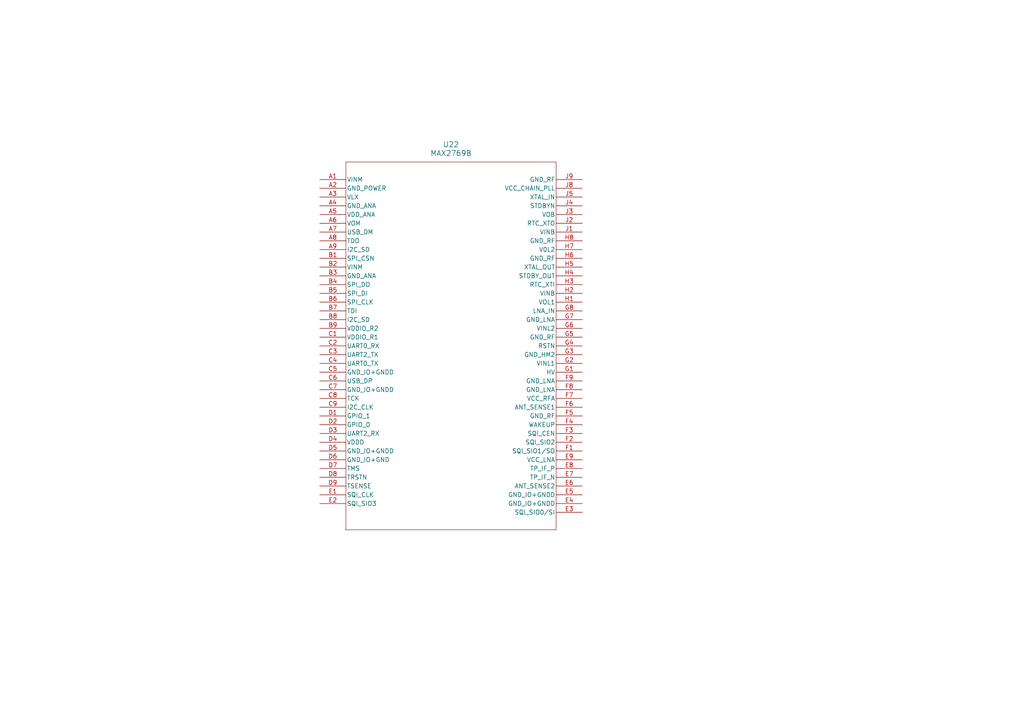
<source format=kicad_sch>
(kicad_sch (version 20250114) (generator "eeschema") (generator_version "9.0")
  (paper "A4")
  (lib_symbols
    (symbol "drone:STA8090WG" (pin_names (offset 0.254))
      (property "Reference" "U" (at 38.1 10.16 0))
      (property "Value" "STA8090WG" (at 38.1 7.62 0))
      (symbol "STA8090WG_0_1"
        (polyline (pts (xy 7.62 5.08) (xy 7.62 -101.6)) (stroke (width 0.127)))
        (polyline (pts (xy 7.62 -101.6) (xy 68.58 -101.6)) (stroke (width 0.127)))
        (polyline (pts (xy 68.58 5.08) (xy 7.62 5.08)) (stroke (width 0.127)))
        (polyline (pts (xy 68.58 -101.6) (xy 68.58 5.08)) (stroke (width 0.127)))
        (pin unspecified line (at 0 0 0) (length 7.62) (name "VINM") (number "A1"))
        (pin power_out line (at 0 -2.54 0) (length 7.62) (name "GND_POWER") (number "A2"))
        (pin unspecified line (at 0 -5.08 0) (length 7.62) (name "VLX") (number "A3"))
        (pin power_out line (at 0 -7.62 0) (length 7.62) (name "GND_ANA") (number "A4"))
        (pin power_in line (at 0 -10.16 0) (length 7.62) (name "VDD_ANA") (number "A5"))
        (pin unspecified line (at 0 -12.7 0) (length 7.62) (name "VOM") (number "A6"))
        (pin unspecified line (at 0 -15.24 0) (length 7.62) (name "USB_DM") (number "A7"))
        (pin unspecified line (at 0 -17.78 0) (length 7.62) (name "TDO") (number "A8"))
        (pin bidirectional line (at 0 -20.32 0) (length 7.62) (name "I2C_SD") (number "A9"))
        (pin unspecified line (at 0 -22.86 0) (length 7.62) (name "SPI_CSN") (number "B1"))
        (pin unspecified line (at 0 -25.4 0) (length 7.62) (name "VINM") (number "B2"))
        (pin power_out line (at 0 -27.94 0) (length 7.62) (name "GND_ANA") (number "B3"))
        (pin unspecified line (at 0 -30.48 0) (length 7.62) (name "SPI_DO") (number "B4"))
        (pin unspecified line (at 0 -33.02 0) (length 7.62) (name "SPI_DI") (number "B5"))
        (pin unspecified line (at 0 -35.56 0) (length 7.62) (name "SPI_CLK") (number "B6"))
        (pin unspecified line (at 0 -38.1 0) (length 7.62) (name "TDI") (number "B7"))
        (pin bidirectional line (at 0 -40.64 0) (length 7.62) (name "I2C_SD") (number "B8"))
        (pin power_in line (at 0 -43.18 0) (length 7.62) (name "VDDIO_R2") (number "B9"))
        (pin power_in line (at 0 -45.72 0) (length 7.62) (name "VDDIO_R1") (number "C1"))
        (pin bidirectional line (at 0 -48.26 0) (length 7.62) (name "UART0_RX") (number "C2"))
        (pin bidirectional line (at 0 -50.8 0) (length 7.62) (name "UART2_TX") (number "C3"))
        (pin bidirectional line (at 0 -53.34 0) (length 7.62) (name "UART0_TX") (number "C4"))
        (pin power_out line (at 0 -55.88 0) (length 7.62) (name "GND_IO+GNDD") (number "C5"))
        (pin unspecified line (at 0 -58.42 0) (length 7.62) (name "USB_DP") (number "C6"))
        (pin power_out line (at 0 -60.96 0) (length 7.62) (name "GND_IO+GNDD") (number "C7"))
        (pin unspecified line (at 0 -63.5 0) (length 7.62) (name "TCK") (number "C8"))
        (pin bidirectional line (at 0 -66.04 0) (length 7.62) (name "I2C_CLK") (number "C9"))
        (pin bidirectional line (at 0 -68.58 0) (length 7.62) (name "GPIO_1") (number "D1"))
        (pin bidirectional line (at 0 -71.12 0) (length 7.62) (name "GPIO_0") (number "D2"))
        (pin bidirectional line (at 0 -73.66 0) (length 7.62) (name "UART2_RX") (number "D3"))
        (pin power_in line (at 0 -76.2 0) (length 7.62) (name "VDDD") (number "D4"))
        (pin power_out line (at 0 -78.74 0) (length 7.62) (name "GND_IO+GNDD") (number "D5"))
        (pin power_out line (at 0 -81.28 0) (length 7.62) (name "GND_IO+GND") (number "D6"))
        (pin unspecified line (at 0 -83.82 0) (length 7.62) (name "TMS") (number "D7"))
        (pin unspecified line (at 0 -86.36 0) (length 7.62) (name "TRSTN") (number "D8"))
        (pin unspecified line (at 0 -88.9 0) (length 7.62) (name "TSENSE") (number "D9"))
        (pin unspecified line (at 0 -91.44 0) (length 7.62) (name "SQI_CLK") (number "E1"))
        (pin bidirectional line (at 0 -93.98 0) (length 7.62) (name "SQI_SIO3") (number "E2"))
        (pin power_out line (at 76.2 0 180) (length 7.62) (name "GND_RF") (number "J9"))
        (pin power_in line (at 76.2 -2.54 180) (length 7.62) (name "VCC_CHAIN_PLL") (number "J8"))
        (pin unspecified line (at 76.2 -5.08 180) (length 7.62) (name "XTAL_IN") (number "J5"))
        (pin unspecified line (at 76.2 -7.62 180) (length 7.62) (name "STDBYN") (number "J4"))
        (pin unspecified line (at 76.2 -10.16 180) (length 7.62) (name "VOB") (number "J3"))
        (pin unspecified line (at 76.2 -12.7 180) (length 7.62) (name "RTC_XTO") (number "J2"))
        (pin unspecified line (at 76.2 -15.24 180) (length 7.62) (name "VINB") (number "J1"))
        (pin power_out line (at 76.2 -17.78 180) (length 7.62) (name "GND_RF") (number "H8"))
        (pin unspecified line (at 76.2 -20.32 180) (length 7.62) (name "V0L2") (number "H7"))
        (pin power_out line (at 76.2 -22.86 180) (length 7.62) (name "GND_RF") (number "H6"))
        (pin output line (at 76.2 -25.4 180) (length 7.62) (name "XTAL_OUT") (number "H5"))
        (pin output line (at 76.2 -27.94 180) (length 7.62) (name "STDBY_OUT") (number "H4"))
        (pin unspecified line (at 76.2 -30.48 180) (length 7.62) (name "RTC_XTI") (number "H3"))
        (pin unspecified line (at 76.2 -33.02 180) (length 7.62) (name "VINB") (number "H2"))
        (pin unspecified line (at 76.2 -35.56 180) (length 7.62) (name "VOL1") (number "H1"))
        (pin unspecified line (at 76.2 -38.1 180) (length 7.62) (name "LNA_IN") (number "G8"))
        (pin power_out line (at 76.2 -40.64 180) (length 7.62) (name "GND_LNA") (number "G7"))
        (pin bidirectional line (at 76.2 -43.18 180) (length 7.62) (name "VINL2") (number "G6"))
        (pin power_out line (at 76.2 -45.72 180) (length 7.62) (name "GND_RF") (number "G5"))
        (pin unspecified line (at 76.2 -48.26 180) (length 7.62) (name "RSTN") (number "G4"))
        (pin power_out line (at 76.2 -50.8 180) (length 7.62) (name "GND_HM2") (number "G3"))
        (pin bidirectional line (at 76.2 -53.34 180) (length 7.62) (name "VINL1") (number "G2"))
        (pin unspecified line (at 76.2 -55.88 180) (length 7.62) (name "HV") (number "G1"))
        (pin power_out line (at 76.2 -58.42 180) (length 7.62) (name "GND_LNA") (number "F9"))
        (pin power_out line (at 76.2 -60.96 180) (length 7.62) (name "GND_LNA") (number "F8"))
        (pin power_in line (at 76.2 -63.5 180) (length 7.62) (name "VCC_RFA") (number "F7"))
        (pin bidirectional line (at 76.2 -66.04 180) (length 7.62) (name "ANT_SENSE1") (number "F6"))
        (pin power_out line (at 76.2 -68.58 180) (length 7.62) (name "GND_RF") (number "F5"))
        (pin unspecified line (at 76.2 -71.12 180) (length 7.62) (name "WAKEUP") (number "F4"))
        (pin unspecified line (at 76.2 -73.66 180) (length 7.62) (name "SQI_CEN") (number "F3"))
        (pin bidirectional line (at 76.2 -76.2 180) (length 7.62) (name "SQI_SIO2") (number "F2"))
        (pin bidirectional line (at 76.2 -78.74 180) (length 7.62) (name "SQI_SIO1/SO") (number "F1"))
        (pin power_in line (at 76.2 -81.28 180) (length 7.62) (name "VCC_LNA") (number "E9"))
        (pin unspecified line (at 76.2 -83.82 180) (length 7.62) (name "TP_IF_P") (number "E8"))
        (pin unspecified line (at 76.2 -86.36 180) (length 7.62) (name "TP_IF_N") (number "E7"))
        (pin bidirectional line (at 76.2 -88.9 180) (length 7.62) (name "ANT_SENSE2") (number "E6"))
        (pin power_out line (at 76.2 -91.44 180) (length 7.62) (name "GND_IO+GNDD") (number "E5"))
        (pin power_out line (at 76.2 -93.98 180) (length 7.62) (name "GND_IO+GNDD") (number "E4"))
        (pin bidirectional line (at 76.2 -96.52 180) (length 7.62) (name "SQI_SIO0/SI") (number "E3"))
      )
    )
  )
  (symbol (lib_id "drone:STA8090WG") (at 92.71 52.07 0) (unit 1)
    (property "Reference" "U22" (at 130.81 41.91 0) (effects (font (size 1.524 1.524))))
    (property "Value" "MAX2769B" (at 130.81 44.45 0) (effects (font (size 1.524 1.524))))
    (property "Footprint" "drone:BGA_090WG_STM" (effects (hide yes)))
    (property "Datasheet" "https://www.st.com/resource/en/datasheet/sta8090wg.pdf" (effects (hide yes)))
    (property "Description" "RF RCVR BEIDOU/GALILEO 99TFBGA" (effects (hide yes)))
    (property "Digikey Link" "https://www.digikey.ca/en/products/detail/stmicroelectronics/STA8090FGB/8257675" (effects (hide yes)))
    (property "Digikey Part#" "497-STA8090FGB-ND" (effects (hide yes)))
    (property "Manufacturer Part#" "STA8090FGB" (effects (hide yes)))
    (property "Detailed Description" "- RF Receiver BeiDou, Galileo, Glonass, GPS -162dBm 12Mbps PCB, Surface Mount 99-TFBGA (5x6)" (effects (hide yes)))
  )
)
</source>
